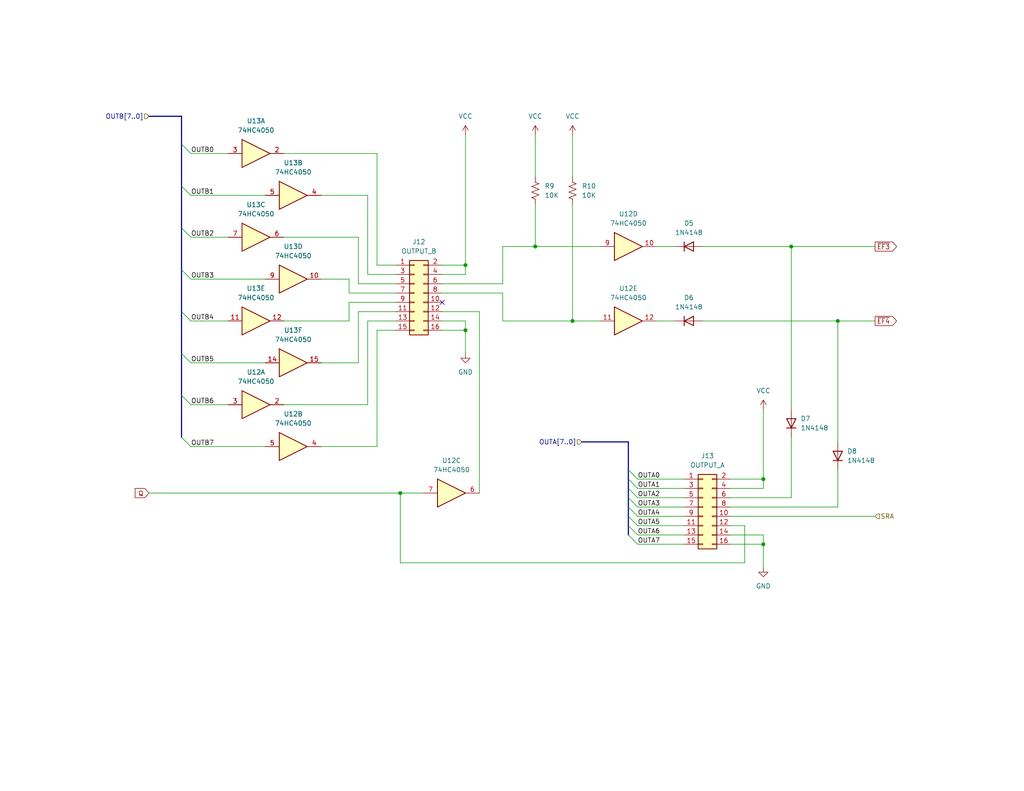
<source format=kicad_sch>
(kicad_sch (version 20211123) (generator eeschema)
  (paper "USLetter")
  (title_block (title "Output Connectors"))
  (lib_symbols
    (symbol "74HCxx:74HC4050" (pin_names (offset 1.016))
      (property "Reference" "U" (at 0 1.27 0))
      (property "Value" "74HC4050" (at 0 -1.27 0))
      (symbol "74HC4050_1_0"
        (polyline (pts (xy -3.81 3.81) (xy -3.81 -3.81) (xy 3.81 0) (xy -3.81 3.81)) (stroke (width 0.254)) (fill (type background)))
        (pin output line (at 7.62 0 180) (length 3.81) (name "~") (number "2"))
        (pin input line (at -7.62 0 0) (length 3.81) (name "~") (number "3"))
      )
      (symbol "74HC4050_2_0"
        (polyline (pts (xy -3.81 3.81) (xy -3.81 -3.81) (xy 3.81 0) (xy -3.81 3.81)) (stroke (width 0.254)) (fill (type background)))
        (pin output line (at 7.62 0 180) (length 3.81) (name "~") (number "4"))
        (pin input line (at -7.62 0 0) (length 3.81) (name "~") (number "5"))
      )
      (symbol "74HC4050_3_0"
        (polyline (pts (xy -3.81 3.81) (xy -3.81 -3.81) (xy 3.81 0) (xy -3.81 3.81)) (stroke (width 0.254)) (fill (type background)))
        (pin output line (at 7.62 0 180) (length 3.81) (name "~") (number "6"))
        (pin input line (at -7.62 0 0) (length 3.81) (name "~") (number "7"))
      )
      (symbol "74HC4050_4_0"
        (polyline (pts (xy -3.81 3.81) (xy -3.81 -3.81) (xy 3.81 0) (xy -3.81 3.81)) (stroke (width 0.254)) (fill (type background)))
        (pin output line (at 7.62 0 180) (length 3.81) (name "~") (number "10"))
        (pin input line (at -7.62 0 0) (length 3.81) (name "~") (number "9"))
      )
      (symbol "74HC4050_5_0"
        (polyline (pts (xy -3.81 3.81) (xy -3.81 -3.81) (xy 3.81 0) (xy -3.81 3.81)) (stroke (width 0.254)) (fill (type background)))
        (pin input line (at -7.62 0 0) (length 3.81) (name "~") (number "11"))
        (pin output line (at 7.62 0 180) (length 3.81) (name "~") (number "12"))
      )
      (symbol "74HC4050_6_0"
        (polyline (pts (xy -3.81 3.81) (xy -3.81 -3.81) (xy 3.81 0) (xy -3.81 3.81)) (stroke (width 0.254)) (fill (type background)))
        (pin input line (at -7.62 0 0) (length 3.81) (name "~") (number "14"))
        (pin output line (at 7.62 0 180) (length 3.81) (name "~") (number "15"))
      )
      (symbol "74HC4050_7_0"
        (pin power_in line (at 0 12.7 270) (length 5.08) (name "VCC") (number "1"))
        (pin power_in line (at 0 -12.7 90) (length 5.08) (name "VSS") (number "8"))
      )
      (symbol "74HC4050_7_1"
        (rectangle (start -5.08 7.62) (end 5.08 -7.62) (stroke (width 0.254)) (fill (type background)))
      )
    )
    (symbol "Connector_Generic:Conn_02x08_Odd_Even" (pin_names (offset 1.016) hide)
      (property "Reference" "J" (at 1.27 10.16 0))
      (property "Value" "Conn_02x08_Odd_Even" (at 1.27 -12.7 0))
      (symbol "Conn_02x08_Odd_Even_1_1"
        (rectangle (start -1.27 -10.033) (end 0 -10.287) (stroke (width 0.1524)))
        (rectangle (start -1.27 -7.493) (end 0 -7.747) (stroke (width 0.1524)))
        (rectangle (start -1.27 -4.953) (end 0 -5.207) (stroke (width 0.1524)))
        (rectangle (start -1.27 -2.413) (end 0 -2.667) (stroke (width 0.1524)))
        (rectangle (start -1.27 0.127) (end 0 -0.127) (stroke (width 0.1524)))
        (rectangle (start -1.27 2.667) (end 0 2.413) (stroke (width 0.1524)))
        (rectangle (start -1.27 5.207) (end 0 4.953) (stroke (width 0.1524)))
        (rectangle (start -1.27 7.747) (end 0 7.493) (stroke (width 0.1524)))
        (rectangle (start -1.27 8.89) (end 3.81 -11.43) (stroke (width 0.254)) (fill (type background)))
        (rectangle (start 3.81 -10.033) (end 2.54 -10.287) (stroke (width 0.1524)))
        (rectangle (start 3.81 -7.493) (end 2.54 -7.747) (stroke (width 0.1524)))
        (rectangle (start 3.81 -4.953) (end 2.54 -5.207) (stroke (width 0.1524)))
        (rectangle (start 3.81 -2.413) (end 2.54 -2.667) (stroke (width 0.1524)))
        (rectangle (start 3.81 0.127) (end 2.54 -0.127) (stroke (width 0.1524)))
        (rectangle (start 3.81 2.667) (end 2.54 2.413) (stroke (width 0.1524)))
        (rectangle (start 3.81 5.207) (end 2.54 4.953) (stroke (width 0.1524)))
        (rectangle (start 3.81 7.747) (end 2.54 7.493) (stroke (width 0.1524)))
        (pin passive line (at -5.08 7.62 0) (length 3.81) (name "Pin_1") (number "1"))
        (pin passive line (at 7.62 -2.54 180) (length 3.81) (name "Pin_10") (number "10"))
        (pin passive line (at -5.08 -5.08 0) (length 3.81) (name "Pin_11") (number "11"))
        (pin passive line (at 7.62 -5.08 180) (length 3.81) (name "Pin_12") (number "12"))
        (pin passive line (at -5.08 -7.62 0) (length 3.81) (name "Pin_13") (number "13"))
        (pin passive line (at 7.62 -7.62 180) (length 3.81) (name "Pin_14") (number "14"))
        (pin passive line (at -5.08 -10.16 0) (length 3.81) (name "Pin_15") (number "15"))
        (pin passive line (at 7.62 -10.16 180) (length 3.81) (name "Pin_16") (number "16"))
        (pin passive line (at 7.62 7.62 180) (length 3.81) (name "Pin_2") (number "2"))
        (pin passive line (at -5.08 5.08 0) (length 3.81) (name "Pin_3") (number "3"))
        (pin passive line (at 7.62 5.08 180) (length 3.81) (name "Pin_4") (number "4"))
        (pin passive line (at -5.08 2.54 0) (length 3.81) (name "Pin_5") (number "5"))
        (pin passive line (at 7.62 2.54 180) (length 3.81) (name "Pin_6") (number "6"))
        (pin passive line (at -5.08 0 0) (length 3.81) (name "Pin_7") (number "7"))
        (pin passive line (at 7.62 0 180) (length 3.81) (name "Pin_8") (number "8"))
        (pin passive line (at -5.08 -2.54 0) (length 3.81) (name "Pin_9") (number "9"))
      )
    )
    (symbol "Device:R_US" (pin_numbers hide) (pin_names (offset 0))
      (property "Reference" "R" (at 2.54 0 90))
      (property "Value" "R_US" (at -2.54 0 90))
      (symbol "R_US_0_1"
        (polyline (pts (xy 0 -2.286) (xy 0 -2.54)))
        (polyline (pts (xy 0 2.286) (xy 0 2.54)))
        (polyline (pts (xy 0 -0.762) (xy 1.016 -1.143) (xy 0 -1.524) (xy -1.016 -1.905) (xy 0 -2.286)))
        (polyline (pts (xy 0 0.762) (xy 1.016 0.381) (xy 0 0) (xy -1.016 -0.381) (xy 0 -0.762)))
        (polyline (pts (xy 0 2.286) (xy 1.016 1.905) (xy 0 1.524) (xy -1.016 1.143) (xy 0 0.762)))
      )
      (symbol "R_US_1_1"
        (pin passive line (at 0 3.81 270) (length 1.27) (name "~") (number "1"))
        (pin passive line (at 0 -3.81 90) (length 1.27) (name "~") (number "2"))
      )
    )
    (symbol "Diode:1N4148" (pin_numbers hide) (pin_names (offset 1.016) hide)
      (property "Reference" "D" (at 0 2.54 0))
      (property "Value" "1N4148" (at 0 -2.54 0))
      (symbol "1N4148_0_1"
        (polyline (pts (xy -1.27 1.27) (xy -1.27 -1.27)) (stroke (width 0.254)))
        (polyline (pts (xy 1.27 0) (xy -1.27 0)))
        (polyline (pts (xy 1.27 1.27) (xy 1.27 -1.27) (xy -1.27 0) (xy 1.27 1.27)) (stroke (width 0.254)))
      )
      (symbol "1N4148_1_1"
        (pin passive line (at -3.81 0 0) (length 2.54) (name "K") (number "1"))
        (pin passive line (at 3.81 0 180) (length 2.54) (name "A") (number "2"))
      )
    )
    (symbol "power:GND" (power) (pin_names (offset 0))
      (property "Value" "GND" (at 0 -3.81 0))
      (symbol "GND_0_1"
        (polyline (pts (xy 0 0) (xy 0 -1.27) (xy 1.27 -1.27) (xy 0 -2.54) (xy -1.27 -1.27) (xy 0 -1.27)))
      )
      (symbol "GND_1_1"
        (pin power_in line (at 0 0 270) (length 0) hide (name "GND") (number "1"))
      )
    )
    (symbol "power:VCC" (power) (pin_names (offset 0))
      (property "Value" "VCC" (at 0 3.81 0))
      (symbol "VCC_0_1"
        (polyline (pts (xy -0.762 1.27) (xy 0 2.54)))
        (polyline (pts (xy 0 0) (xy 0 2.54)))
        (polyline (pts (xy 0 2.54) (xy 0.762 1.27)))
      )
      (symbol "VCC_1_1"
        (pin power_in line (at 0 0 90) (length 0) hide (name "VCC") (number "1"))
      )
    )
  )
  (junction (at 156.21 87.63))
  (junction (at 109.22 134.62))
  (junction (at 127 90.17))
  (junction (at 228.6 87.63))
  (junction (at 208.28 148.59))
  (junction (at 215.9 67.31))
  (junction (at 146.05 67.31))
  (junction (at 208.28 130.81))
  (junction (at 127 72.39))
  (no_connect (at 120.65 82.55))
  (bus_entry (at 49.53 107.95) (size 2.54 2.54))
  (bus_entry (at 49.53 62.23) (size 2.54 2.54))
  (bus_entry (at 49.53 73.66) (size 2.54 2.54))
  (bus_entry (at 49.53 96.52) (size 2.54 2.54))
  (bus_entry (at 49.53 85.09) (size 2.54 2.54))
  (bus_entry (at 49.53 39.37) (size 2.54 2.54))
  (bus_entry (at 49.53 50.8) (size 2.54 2.54))
  (bus_entry (at 171.45 140.97) (size 2.54 2.54))
  (bus_entry (at 171.45 138.43) (size 2.54 2.54))
  (bus_entry (at 171.45 135.89) (size 2.54 2.54))
  (bus_entry (at 171.45 128.27) (size 2.54 2.54))
  (bus_entry (at 171.45 143.51) (size 2.54 2.54))
  (bus_entry (at 171.45 146.05) (size 2.54 2.54))
  (bus_entry (at 171.45 130.81) (size 2.54 2.54))
  (bus_entry (at 171.45 133.35) (size 2.54 2.54))
  (bus_entry (at 49.53 119.38) (size 2.54 2.54))
  (wire (pts (xy 109.22 153.67) (xy 203.2 153.67)))
  (wire (pts (xy 137.16 80.01) (xy 137.16 87.63)))
  (wire (pts (xy 120.65 77.47) (xy 137.16 77.47)))
  (wire (pts (xy 97.79 64.77) (xy 97.79 77.47)))
  (wire (pts (xy 146.05 36.83) (xy 146.05 48.26)))
  (wire (pts (xy 179.07 67.31) (xy 184.15 67.31)))
  (wire (pts (xy 137.16 67.31) (xy 146.05 67.31)))
  (bus (pts (xy 171.45 133.35) (xy 171.45 135.89)))
  (wire (pts (xy 100.33 110.49) (xy 100.33 87.63)))
  (wire (pts (xy 77.47 110.49) (xy 100.33 110.49)))
  (wire (pts (xy 146.05 67.31) (xy 163.83 67.31)))
  (bus (pts (xy 49.53 50.8) (xy 49.53 39.37)))
  (bus (pts (xy 171.45 138.43) (xy 171.45 140.97)))
  (wire (pts (xy 127 87.63) (xy 127 90.17)))
  (bus (pts (xy 171.45 120.65) (xy 171.45 128.27)))
  (bus (pts (xy 49.53 96.52) (xy 49.53 85.09)))
  (wire (pts (xy 173.99 133.35) (xy 186.69 133.35)))
  (wire (pts (xy 156.21 87.63) (xy 163.83 87.63)))
  (wire (pts (xy 100.33 87.63) (xy 107.95 87.63)))
  (wire (pts (xy 199.39 143.51) (xy 203.2 143.51)))
  (wire (pts (xy 102.87 41.91) (xy 102.87 72.39)))
  (wire (pts (xy 173.99 148.59) (xy 186.69 148.59)))
  (wire (pts (xy 208.28 148.59) (xy 208.28 154.94)))
  (wire (pts (xy 156.21 55.88) (xy 156.21 87.63)))
  (wire (pts (xy 127 74.93) (xy 127 72.39)))
  (wire (pts (xy 173.99 135.89) (xy 186.69 135.89)))
  (bus (pts (xy 49.53 73.66) (xy 49.53 62.23)))
  (wire (pts (xy 173.99 130.81) (xy 186.69 130.81)))
  (wire (pts (xy 40.64 134.62) (xy 109.22 134.62)))
  (wire (pts (xy 87.63 121.92) (xy 102.87 121.92)))
  (wire (pts (xy 95.25 87.63) (xy 95.25 82.55)))
  (wire (pts (xy 191.77 67.31) (xy 215.9 67.31)))
  (wire (pts (xy 228.6 87.63) (xy 228.6 120.65)))
  (wire (pts (xy 199.39 146.05) (xy 208.28 146.05)))
  (wire (pts (xy 127 90.17) (xy 127 96.52)))
  (bus (pts (xy 171.45 143.51) (xy 171.45 146.05)))
  (wire (pts (xy 109.22 134.62) (xy 109.22 153.67)))
  (wire (pts (xy 208.28 130.81) (xy 208.28 111.76)))
  (wire (pts (xy 52.07 53.34) (xy 72.39 53.34)))
  (wire (pts (xy 52.07 121.92) (xy 72.39 121.92)))
  (bus (pts (xy 49.53 85.09) (xy 49.53 73.66)))
  (wire (pts (xy 52.07 41.91) (xy 62.23 41.91)))
  (wire (pts (xy 173.99 140.97) (xy 186.69 140.97)))
  (wire (pts (xy 173.99 138.43) (xy 186.69 138.43)))
  (wire (pts (xy 199.39 140.97) (xy 238.76 140.97)))
  (wire (pts (xy 95.25 82.55) (xy 107.95 82.55)))
  (wire (pts (xy 102.87 90.17) (xy 107.95 90.17)))
  (wire (pts (xy 97.79 85.09) (xy 107.95 85.09)))
  (bus (pts (xy 171.45 140.97) (xy 171.45 143.51)))
  (wire (pts (xy 100.33 53.34) (xy 100.33 74.93)))
  (wire (pts (xy 100.33 74.93) (xy 107.95 74.93)))
  (wire (pts (xy 208.28 146.05) (xy 208.28 148.59)))
  (wire (pts (xy 199.39 133.35) (xy 208.28 133.35)))
  (wire (pts (xy 137.16 77.47) (xy 137.16 67.31)))
  (bus (pts (xy 171.45 135.89) (xy 171.45 138.43)))
  (wire (pts (xy 120.65 80.01) (xy 137.16 80.01)))
  (wire (pts (xy 228.6 87.63) (xy 238.76 87.63)))
  (wire (pts (xy 120.65 74.93) (xy 127 74.93)))
  (wire (pts (xy 120.65 85.09) (xy 130.81 85.09)))
  (wire (pts (xy 52.07 110.49) (xy 62.23 110.49)))
  (wire (pts (xy 95.25 76.2) (xy 95.25 80.01)))
  (bus (pts (xy 49.53 107.95) (xy 49.53 96.52)))
  (bus (pts (xy 171.45 130.81) (xy 171.45 133.35)))
  (wire (pts (xy 179.07 87.63) (xy 184.15 87.63)))
  (wire (pts (xy 173.99 143.51) (xy 186.69 143.51)))
  (wire (pts (xy 173.99 146.05) (xy 186.69 146.05)))
  (wire (pts (xy 87.63 53.34) (xy 100.33 53.34)))
  (wire (pts (xy 87.63 99.06) (xy 97.79 99.06)))
  (wire (pts (xy 146.05 55.88) (xy 146.05 67.31)))
  (wire (pts (xy 52.07 76.2) (xy 72.39 76.2)))
  (wire (pts (xy 52.07 99.06) (xy 72.39 99.06)))
  (wire (pts (xy 109.22 134.62) (xy 115.57 134.62)))
  (wire (pts (xy 199.39 130.81) (xy 208.28 130.81)))
  (wire (pts (xy 77.47 64.77) (xy 97.79 64.77)))
  (wire (pts (xy 199.39 148.59) (xy 208.28 148.59)))
  (wire (pts (xy 208.28 133.35) (xy 208.28 130.81)))
  (wire (pts (xy 52.07 64.77) (xy 62.23 64.77)))
  (wire (pts (xy 87.63 76.2) (xy 95.25 76.2)))
  (wire (pts (xy 77.47 41.91) (xy 102.87 41.91)))
  (wire (pts (xy 102.87 72.39) (xy 107.95 72.39)))
  (wire (pts (xy 102.87 121.92) (xy 102.87 90.17)))
  (bus (pts (xy 49.53 119.38) (xy 49.53 107.95)))
  (wire (pts (xy 215.9 67.31) (xy 215.9 111.76)))
  (wire (pts (xy 137.16 87.63) (xy 156.21 87.63)))
  (wire (pts (xy 52.07 87.63) (xy 62.23 87.63)))
  (bus (pts (xy 49.53 62.23) (xy 49.53 50.8)))
  (wire (pts (xy 130.81 85.09) (xy 130.81 134.62)))
  (bus (pts (xy 158.75 120.65) (xy 171.45 120.65)))
  (wire (pts (xy 120.65 87.63) (xy 127 87.63)))
  (bus (pts (xy 171.45 128.27) (xy 171.45 130.81)))
  (wire (pts (xy 199.39 135.89) (xy 215.9 135.89)))
  (wire (pts (xy 228.6 138.43) (xy 228.6 128.27)))
  (bus (pts (xy 49.53 31.75) (xy 49.53 39.37)))
  (wire (pts (xy 120.65 90.17) (xy 127 90.17)))
  (wire (pts (xy 199.39 138.43) (xy 228.6 138.43)))
  (wire (pts (xy 156.21 36.83) (xy 156.21 48.26)))
  (wire (pts (xy 95.25 80.01) (xy 107.95 80.01)))
  (bus (pts (xy 40.64 31.75) (xy 49.53 31.75)))
  (wire (pts (xy 215.9 135.89) (xy 215.9 119.38)))
  (wire (pts (xy 203.2 153.67) (xy 203.2 143.51)))
  (wire (pts (xy 120.65 72.39) (xy 127 72.39)))
  (wire (pts (xy 191.77 87.63) (xy 228.6 87.63)))
  (wire (pts (xy 97.79 77.47) (xy 107.95 77.47)))
  (wire (pts (xy 215.9 67.31) (xy 238.76 67.31)))
  (wire (pts (xy 97.79 99.06) (xy 97.79 85.09)))
  (wire (pts (xy 77.47 87.63) (xy 95.25 87.63)))
  (wire (pts (xy 127 72.39) (xy 127 36.83)))
  (label "OUTA4" (at 173.99 140.97 0))
  (label "OUTA2" (at 173.99 135.89 0))
  (label "OUTB6" (at 58.42 110.49 180))
  (label "OUTA6" (at 173.99 146.05 0))
  (label "OUTA0" (at 173.99 130.81 0))
  (label "OUTB1" (at 58.42 53.34 180))
  (label "OUTA5" (at 173.99 143.51 0))
  (label "OUTB2" (at 58.42 64.77 180))
  (label "OUTA3" (at 173.99 138.43 0))
  (label "OUTA1" (at 173.99 133.35 0))
  (label "OUTB7" (at 58.42 121.92 180))
  (label "OUTB0" (at 58.42 41.91 180))
  (label "OUTB3" (at 58.42 76.2 180))
  (label "OUTA7" (at 173.99 148.59 0))
  (label "OUTB4" (at 58.42 87.63 180))
  (label "OUTB5" (at 58.42 99.06 180))
  (global_label "~{EF4}" (shape output) (at 238.76 87.63 0) (property "Intersheet References" "${INTERSHEET_REFS}" (effects hide)))
  (global_label "~{EF3}" (shape output) (at 238.76 67.31 0) (property "Intersheet References" "${INTERSHEET_REFS}" (effects hide)))
  (global_label "Q" (shape input) (at 40.64 134.62 180) (property "Intersheet References" "${INTERSHEET_REFS}" (effects hide)))
  (hierarchical_label "OUTA[7..0]" (shape input) (at 158.75 120.65 180))
  (hierarchical_label "SRA" (shape input) (at 238.76 140.97 0))
  (hierarchical_label "OUTB[7..0]" (shape input) (at 40.64 31.75 180))
  (symbol (lib_id "Connector_Generic:Conn_02x08_Odd_Even") (at 113.03 80.01 0) (unit 1)
    (property "Reference" "J12" (at 114.3 66.04 0))
    (property "Value" "OUTPUT_B" (at 114.3 68.58 0))
    (property "Footprint" "Connector_PinHeader_2.54mm:PinHeader_2x08_P2.54mm_Vertical" (effects hide))
  )
  (symbol (lib_id "power:VCC") (at 127 36.83 0) (unit 1)
    (property "Reference" "#PWR020" (effects hide))
    (property "Value" "VCC" (at 127 31.75 0))
  )
  (symbol (lib_id "Device:R_US") (at 156.21 52.07 0) (unit 1)
    (property "Reference" "R10" (at 158.75 50.7999 0) (effects (justify left)))
    (property "Value" "10K" (at 158.75 53.3399 0) (effects (justify left)))
    (property "Footprint" "Resistor_THT:R_Axial_DIN0207_L6.3mm_D2.5mm_P10.16mm_Horizontal" (effects hide))
  )
  (symbol (lib_id "74HCxx:74HC4050") (at 69.85 87.63 0) (unit 5)
    (property "Reference" "U13" (at 69.85 78.74 0))
    (property "Value" "74HC4050" (at 69.85 81.28 0))
    (property "Footprint" "Package_DIP:DIP-16_W7.62mm_Socket" (effects hide))
    (property "Datasheet" "http://www.intersil.com/content/dam/intersil/documents/cd40/cd4050bms.pdf" (effects hide))
  )
  (symbol (lib_id "74HCxx:74HC4050") (at 69.85 64.77 0) (unit 3)
    (property "Reference" "U13" (at 69.85 55.88 0))
    (property "Value" "74HC4050" (at 69.85 58.42 0))
    (property "Footprint" "Package_DIP:DIP-16_W7.62mm_Socket" (effects hide))
    (property "Datasheet" "http://www.intersil.com/content/dam/intersil/documents/cd40/cd4050bms.pdf" (effects hide))
  )
  (symbol (lib_id "74HCxx:74HC4050") (at 80.01 53.34 0) (unit 2)
    (property "Reference" "U13" (at 80.01 44.45 0))
    (property "Value" "74HC4050" (at 80.01 46.99 0))
    (property "Footprint" "Package_DIP:DIP-16_W7.62mm_Socket" (effects hide))
    (property "Datasheet" "http://www.intersil.com/content/dam/intersil/documents/cd40/cd4050bms.pdf" (effects hide))
  )
  (symbol (lib_id "Diode:1N4148") (at 215.9 115.57 90) (unit 1)
    (property "Reference" "D7" (at 218.44 114.2999 90) (effects (justify right)))
    (property "Value" "1N4148" (at 218.44 116.8399 90) (effects (justify right)))
    (property "Footprint" "Diode_THT:D_DO-35_SOD27_P7.62mm_Horizontal" (effects hide))
    (property "Datasheet" "https://assets.nexperia.com/documents/data-sheet/1N4148_1N4448.pdf" (effects hide))
  )
  (symbol (lib_id "74HCxx:74HC4050") (at 123.19 134.62 0) (unit 3)
    (property "Reference" "U12" (at 123.19 125.73 0))
    (property "Value" "74HC4050" (at 123.19 128.27 0))
    (property "Footprint" "Package_DIP:DIP-16_W7.62mm_Socket" (effects hide))
    (property "Datasheet" "http://www.intersil.com/content/dam/intersil/documents/cd40/cd4050bms.pdf" (effects hide))
  )
  (symbol (lib_id "Diode:1N4148") (at 187.96 67.31 0) (unit 1)
    (property "Reference" "D5" (at 187.96 60.96 0))
    (property "Value" "1N4148" (at 187.96 63.5 0))
    (property "Footprint" "Diode_THT:D_DO-35_SOD27_P7.62mm_Horizontal" (effects hide))
    (property "Datasheet" "https://assets.nexperia.com/documents/data-sheet/1N4148_1N4448.pdf" (effects hide))
  )
  (symbol (lib_id "74HCxx:74HC4050") (at 80.01 121.92 0) (unit 2)
    (property "Reference" "U12" (at 80.01 113.03 0))
    (property "Value" "74HC4050" (at 80.01 115.57 0))
    (property "Footprint" "Package_DIP:DIP-16_W7.62mm_Socket" (effects hide))
    (property "Datasheet" "http://www.intersil.com/content/dam/intersil/documents/cd40/cd4050bms.pdf" (effects hide))
  )
  (symbol (lib_id "power:GND") (at 127 96.52 0) (unit 1)
    (property "Reference" "#PWR021" (effects hide))
    (property "Value" "GND" (at 127 101.6 0))
  )
  (symbol (lib_id "power:VCC") (at 156.21 36.83 0) (unit 1)
    (property "Reference" "#PWR023" (effects hide))
    (property "Value" "VCC" (at 156.21 31.75 0))
  )
  (symbol (lib_id "74HCxx:74HC4050") (at 80.01 99.06 0) (unit 6)
    (property "Reference" "U13" (at 80.01 90.17 0))
    (property "Value" "74HC4050" (at 80.01 92.71 0))
    (property "Footprint" "Package_DIP:DIP-16_W7.62mm_Socket" (effects hide))
    (property "Datasheet" "http://www.intersil.com/content/dam/intersil/documents/cd40/cd4050bms.pdf" (effects hide))
  )
  (symbol (lib_id "Diode:1N4148") (at 228.6 124.46 90) (unit 1)
    (property "Reference" "D8" (at 231.14 123.1899 90) (effects (justify right)))
    (property "Value" "1N4148" (at 231.14 125.7299 90) (effects (justify right)))
    (property "Footprint" "Diode_THT:D_DO-35_SOD27_P7.62mm_Horizontal" (effects hide))
    (property "Datasheet" "https://assets.nexperia.com/documents/data-sheet/1N4148_1N4448.pdf" (effects hide))
  )
  (symbol (lib_id "74HCxx:74HC4050") (at 69.85 110.49 0) (unit 1)
    (property "Reference" "U12" (at 69.85 101.6 0))
    (property "Value" "74HC4050" (at 69.85 104.14 0))
    (property "Footprint" "Package_DIP:DIP-16_W7.62mm_Socket" (effects hide))
    (property "Datasheet" "http://www.intersil.com/content/dam/intersil/documents/cd40/cd4050bms.pdf" (effects hide))
  )
  (symbol (lib_id "Diode:1N4148") (at 187.96 87.63 0) (unit 1)
    (property "Reference" "D6" (at 187.96 81.28 0))
    (property "Value" "1N4148" (at 187.96 83.82 0))
    (property "Footprint" "Diode_THT:D_DO-35_SOD27_P7.62mm_Horizontal" (effects hide))
    (property "Datasheet" "https://assets.nexperia.com/documents/data-sheet/1N4148_1N4448.pdf" (effects hide))
  )
  (symbol (lib_id "74HCxx:74HC4050") (at 69.85 41.91 0) (unit 1)
    (property "Reference" "U13" (at 69.85 33.02 0))
    (property "Value" "74HC4050" (at 69.85 35.56 0))
    (property "Footprint" "Package_DIP:DIP-16_W7.62mm_Socket" (effects hide))
    (property "Datasheet" "http://www.intersil.com/content/dam/intersil/documents/cd40/cd4050bms.pdf" (effects hide))
  )
  (symbol (lib_id "power:VCC") (at 146.05 36.83 0) (unit 1)
    (property "Reference" "#PWR022" (effects hide))
    (property "Value" "VCC" (at 146.05 31.75 0))
  )
  (symbol (lib_id "74HCxx:74HC4050") (at 171.45 67.31 0) (unit 4)
    (property "Reference" "U12" (at 171.45 58.42 0))
    (property "Value" "74HC4050" (at 171.45 60.96 0))
    (property "Footprint" "Package_DIP:DIP-16_W7.62mm_Socket" (effects hide))
    (property "Datasheet" "http://www.intersil.com/content/dam/intersil/documents/cd40/cd4050bms.pdf" (effects hide))
  )
  (symbol (lib_id "power:VCC") (at 208.28 111.76 0) (unit 1)
    (property "Reference" "#PWR024" (effects hide))
    (property "Value" "VCC" (at 208.28 106.68 0))
  )
  (symbol (lib_id "74HCxx:74HC4050") (at 171.45 87.63 0) (unit 5)
    (property "Reference" "U12" (at 171.45 78.74 0))
    (property "Value" "74HC4050" (at 171.45 81.28 0))
    (property "Footprint" "Package_DIP:DIP-16_W7.62mm_Socket" (effects hide))
    (property "Datasheet" "http://www.intersil.com/content/dam/intersil/documents/cd40/cd4050bms.pdf" (effects hide))
  )
  (symbol (lib_id "power:GND") (at 208.28 154.94 0) (unit 1)
    (property "Reference" "#PWR025" (effects hide))
    (property "Value" "GND" (at 208.28 160.02 0))
  )
  (symbol (lib_id "74HCxx:74HC4050") (at 80.01 76.2 0) (unit 4)
    (property "Reference" "U13" (at 80.01 67.31 0))
    (property "Value" "74HC4050" (at 80.01 69.85 0))
    (property "Footprint" "Package_DIP:DIP-16_W7.62mm_Socket" (effects hide))
    (property "Datasheet" "http://www.intersil.com/content/dam/intersil/documents/cd40/cd4050bms.pdf" (effects hide))
  )
  (symbol (lib_id "Device:R_US") (at 146.05 52.07 0) (unit 1)
    (property "Reference" "R9" (at 148.59 50.7999 0) (effects (justify left)))
    (property "Value" "10K" (at 148.59 53.3399 0) (effects (justify left)))
    (property "Footprint" "Resistor_THT:R_Axial_DIN0207_L6.3mm_D2.5mm_P10.16mm_Horizontal" (effects hide))
  )
  (symbol (lib_id "Connector_Generic:Conn_02x08_Odd_Even") (at 191.77 138.43 0) (unit 1)
    (property "Reference" "J13" (at 193.04 124.46 0))
    (property "Value" "OUTPUT_A" (at 193.04 127 0))
    (property "Footprint" "Connector_PinHeader_2.54mm:PinHeader_2x08_P2.54mm_Vertical" (effects hide))
  )
)
</source>
